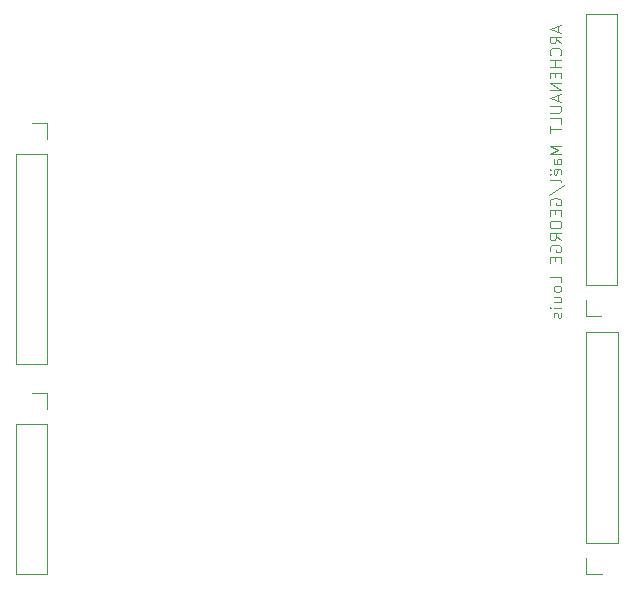
<source format=gbr>
%TF.GenerationSoftware,KiCad,Pcbnew,8.0.6*%
%TF.CreationDate,2025-01-21T14:15:01+01:00*%
%TF.ProjectId,Drivers_PCB,44726976-6572-4735-9f50-43422e6b6963,rev?*%
%TF.SameCoordinates,Original*%
%TF.FileFunction,Legend,Bot*%
%TF.FilePolarity,Positive*%
%FSLAX46Y46*%
G04 Gerber Fmt 4.6, Leading zero omitted, Abs format (unit mm)*
G04 Created by KiCad (PCBNEW 8.0.6) date 2025-01-21 14:15:01*
%MOMM*%
%LPD*%
G01*
G04 APERTURE LIST*
%ADD10C,0.100000*%
%ADD11C,0.120000*%
G04 APERTURE END LIST*
D10*
X139586704Y-45256265D02*
X139586704Y-45732455D01*
X139872419Y-45161027D02*
X138872419Y-45494360D01*
X138872419Y-45494360D02*
X139872419Y-45827693D01*
X139872419Y-46732455D02*
X139396228Y-46399122D01*
X139872419Y-46161027D02*
X138872419Y-46161027D01*
X138872419Y-46161027D02*
X138872419Y-46541979D01*
X138872419Y-46541979D02*
X138920038Y-46637217D01*
X138920038Y-46637217D02*
X138967657Y-46684836D01*
X138967657Y-46684836D02*
X139062895Y-46732455D01*
X139062895Y-46732455D02*
X139205752Y-46732455D01*
X139205752Y-46732455D02*
X139300990Y-46684836D01*
X139300990Y-46684836D02*
X139348609Y-46637217D01*
X139348609Y-46637217D02*
X139396228Y-46541979D01*
X139396228Y-46541979D02*
X139396228Y-46161027D01*
X139777180Y-47732455D02*
X139824800Y-47684836D01*
X139824800Y-47684836D02*
X139872419Y-47541979D01*
X139872419Y-47541979D02*
X139872419Y-47446741D01*
X139872419Y-47446741D02*
X139824800Y-47303884D01*
X139824800Y-47303884D02*
X139729561Y-47208646D01*
X139729561Y-47208646D02*
X139634323Y-47161027D01*
X139634323Y-47161027D02*
X139443847Y-47113408D01*
X139443847Y-47113408D02*
X139300990Y-47113408D01*
X139300990Y-47113408D02*
X139110514Y-47161027D01*
X139110514Y-47161027D02*
X139015276Y-47208646D01*
X139015276Y-47208646D02*
X138920038Y-47303884D01*
X138920038Y-47303884D02*
X138872419Y-47446741D01*
X138872419Y-47446741D02*
X138872419Y-47541979D01*
X138872419Y-47541979D02*
X138920038Y-47684836D01*
X138920038Y-47684836D02*
X138967657Y-47732455D01*
X139872419Y-48161027D02*
X138872419Y-48161027D01*
X139348609Y-48161027D02*
X139348609Y-48732455D01*
X139872419Y-48732455D02*
X138872419Y-48732455D01*
X139348609Y-49208646D02*
X139348609Y-49541979D01*
X139872419Y-49684836D02*
X139872419Y-49208646D01*
X139872419Y-49208646D02*
X138872419Y-49208646D01*
X138872419Y-49208646D02*
X138872419Y-49684836D01*
X139872419Y-50113408D02*
X138872419Y-50113408D01*
X138872419Y-50113408D02*
X139872419Y-50684836D01*
X139872419Y-50684836D02*
X138872419Y-50684836D01*
X139586704Y-51113408D02*
X139586704Y-51589598D01*
X139872419Y-51018170D02*
X138872419Y-51351503D01*
X138872419Y-51351503D02*
X139872419Y-51684836D01*
X138872419Y-52018170D02*
X139681942Y-52018170D01*
X139681942Y-52018170D02*
X139777180Y-52065789D01*
X139777180Y-52065789D02*
X139824800Y-52113408D01*
X139824800Y-52113408D02*
X139872419Y-52208646D01*
X139872419Y-52208646D02*
X139872419Y-52399122D01*
X139872419Y-52399122D02*
X139824800Y-52494360D01*
X139824800Y-52494360D02*
X139777180Y-52541979D01*
X139777180Y-52541979D02*
X139681942Y-52589598D01*
X139681942Y-52589598D02*
X138872419Y-52589598D01*
X139872419Y-53541979D02*
X139872419Y-53065789D01*
X139872419Y-53065789D02*
X138872419Y-53065789D01*
X138872419Y-53732456D02*
X138872419Y-54303884D01*
X139872419Y-54018170D02*
X138872419Y-54018170D01*
X139872419Y-55399123D02*
X138872419Y-55399123D01*
X138872419Y-55399123D02*
X139586704Y-55732456D01*
X139586704Y-55732456D02*
X138872419Y-56065789D01*
X138872419Y-56065789D02*
X139872419Y-56065789D01*
X139872419Y-56970551D02*
X139348609Y-56970551D01*
X139348609Y-56970551D02*
X139253371Y-56922932D01*
X139253371Y-56922932D02*
X139205752Y-56827694D01*
X139205752Y-56827694D02*
X139205752Y-56637218D01*
X139205752Y-56637218D02*
X139253371Y-56541980D01*
X139824800Y-56970551D02*
X139872419Y-56875313D01*
X139872419Y-56875313D02*
X139872419Y-56637218D01*
X139872419Y-56637218D02*
X139824800Y-56541980D01*
X139824800Y-56541980D02*
X139729561Y-56494361D01*
X139729561Y-56494361D02*
X139634323Y-56494361D01*
X139634323Y-56494361D02*
X139539085Y-56541980D01*
X139539085Y-56541980D02*
X139491466Y-56637218D01*
X139491466Y-56637218D02*
X139491466Y-56875313D01*
X139491466Y-56875313D02*
X139443847Y-56970551D01*
X139824800Y-57827694D02*
X139872419Y-57732456D01*
X139872419Y-57732456D02*
X139872419Y-57541980D01*
X139872419Y-57541980D02*
X139824800Y-57446742D01*
X139824800Y-57446742D02*
X139729561Y-57399123D01*
X139729561Y-57399123D02*
X139348609Y-57399123D01*
X139348609Y-57399123D02*
X139253371Y-57446742D01*
X139253371Y-57446742D02*
X139205752Y-57541980D01*
X139205752Y-57541980D02*
X139205752Y-57732456D01*
X139205752Y-57732456D02*
X139253371Y-57827694D01*
X139253371Y-57827694D02*
X139348609Y-57875313D01*
X139348609Y-57875313D02*
X139443847Y-57875313D01*
X139443847Y-57875313D02*
X139539085Y-57399123D01*
X138872419Y-57446742D02*
X138920038Y-57494361D01*
X138920038Y-57494361D02*
X138967657Y-57446742D01*
X138967657Y-57446742D02*
X138920038Y-57399123D01*
X138920038Y-57399123D02*
X138872419Y-57446742D01*
X138872419Y-57446742D02*
X138967657Y-57446742D01*
X138872419Y-57827694D02*
X138920038Y-57875313D01*
X138920038Y-57875313D02*
X138967657Y-57827694D01*
X138967657Y-57827694D02*
X138920038Y-57780075D01*
X138920038Y-57780075D02*
X138872419Y-57827694D01*
X138872419Y-57827694D02*
X138967657Y-57827694D01*
X139872419Y-58446742D02*
X139824800Y-58351504D01*
X139824800Y-58351504D02*
X139729561Y-58303885D01*
X139729561Y-58303885D02*
X138872419Y-58303885D01*
X138824800Y-59541980D02*
X140110514Y-58684838D01*
X138920038Y-60399123D02*
X138872419Y-60303885D01*
X138872419Y-60303885D02*
X138872419Y-60161028D01*
X138872419Y-60161028D02*
X138920038Y-60018171D01*
X138920038Y-60018171D02*
X139015276Y-59922933D01*
X139015276Y-59922933D02*
X139110514Y-59875314D01*
X139110514Y-59875314D02*
X139300990Y-59827695D01*
X139300990Y-59827695D02*
X139443847Y-59827695D01*
X139443847Y-59827695D02*
X139634323Y-59875314D01*
X139634323Y-59875314D02*
X139729561Y-59922933D01*
X139729561Y-59922933D02*
X139824800Y-60018171D01*
X139824800Y-60018171D02*
X139872419Y-60161028D01*
X139872419Y-60161028D02*
X139872419Y-60256266D01*
X139872419Y-60256266D02*
X139824800Y-60399123D01*
X139824800Y-60399123D02*
X139777180Y-60446742D01*
X139777180Y-60446742D02*
X139443847Y-60446742D01*
X139443847Y-60446742D02*
X139443847Y-60256266D01*
X139348609Y-60875314D02*
X139348609Y-61208647D01*
X139872419Y-61351504D02*
X139872419Y-60875314D01*
X139872419Y-60875314D02*
X138872419Y-60875314D01*
X138872419Y-60875314D02*
X138872419Y-61351504D01*
X138872419Y-61970552D02*
X138872419Y-62161028D01*
X138872419Y-62161028D02*
X138920038Y-62256266D01*
X138920038Y-62256266D02*
X139015276Y-62351504D01*
X139015276Y-62351504D02*
X139205752Y-62399123D01*
X139205752Y-62399123D02*
X139539085Y-62399123D01*
X139539085Y-62399123D02*
X139729561Y-62351504D01*
X139729561Y-62351504D02*
X139824800Y-62256266D01*
X139824800Y-62256266D02*
X139872419Y-62161028D01*
X139872419Y-62161028D02*
X139872419Y-61970552D01*
X139872419Y-61970552D02*
X139824800Y-61875314D01*
X139824800Y-61875314D02*
X139729561Y-61780076D01*
X139729561Y-61780076D02*
X139539085Y-61732457D01*
X139539085Y-61732457D02*
X139205752Y-61732457D01*
X139205752Y-61732457D02*
X139015276Y-61780076D01*
X139015276Y-61780076D02*
X138920038Y-61875314D01*
X138920038Y-61875314D02*
X138872419Y-61970552D01*
X139872419Y-63399123D02*
X139396228Y-63065790D01*
X139872419Y-62827695D02*
X138872419Y-62827695D01*
X138872419Y-62827695D02*
X138872419Y-63208647D01*
X138872419Y-63208647D02*
X138920038Y-63303885D01*
X138920038Y-63303885D02*
X138967657Y-63351504D01*
X138967657Y-63351504D02*
X139062895Y-63399123D01*
X139062895Y-63399123D02*
X139205752Y-63399123D01*
X139205752Y-63399123D02*
X139300990Y-63351504D01*
X139300990Y-63351504D02*
X139348609Y-63303885D01*
X139348609Y-63303885D02*
X139396228Y-63208647D01*
X139396228Y-63208647D02*
X139396228Y-62827695D01*
X138920038Y-64351504D02*
X138872419Y-64256266D01*
X138872419Y-64256266D02*
X138872419Y-64113409D01*
X138872419Y-64113409D02*
X138920038Y-63970552D01*
X138920038Y-63970552D02*
X139015276Y-63875314D01*
X139015276Y-63875314D02*
X139110514Y-63827695D01*
X139110514Y-63827695D02*
X139300990Y-63780076D01*
X139300990Y-63780076D02*
X139443847Y-63780076D01*
X139443847Y-63780076D02*
X139634323Y-63827695D01*
X139634323Y-63827695D02*
X139729561Y-63875314D01*
X139729561Y-63875314D02*
X139824800Y-63970552D01*
X139824800Y-63970552D02*
X139872419Y-64113409D01*
X139872419Y-64113409D02*
X139872419Y-64208647D01*
X139872419Y-64208647D02*
X139824800Y-64351504D01*
X139824800Y-64351504D02*
X139777180Y-64399123D01*
X139777180Y-64399123D02*
X139443847Y-64399123D01*
X139443847Y-64399123D02*
X139443847Y-64208647D01*
X139348609Y-64827695D02*
X139348609Y-65161028D01*
X139872419Y-65303885D02*
X139872419Y-64827695D01*
X139872419Y-64827695D02*
X138872419Y-64827695D01*
X138872419Y-64827695D02*
X138872419Y-65303885D01*
X139872419Y-66970552D02*
X139872419Y-66494362D01*
X139872419Y-66494362D02*
X138872419Y-66494362D01*
X139872419Y-67446743D02*
X139824800Y-67351505D01*
X139824800Y-67351505D02*
X139777180Y-67303886D01*
X139777180Y-67303886D02*
X139681942Y-67256267D01*
X139681942Y-67256267D02*
X139396228Y-67256267D01*
X139396228Y-67256267D02*
X139300990Y-67303886D01*
X139300990Y-67303886D02*
X139253371Y-67351505D01*
X139253371Y-67351505D02*
X139205752Y-67446743D01*
X139205752Y-67446743D02*
X139205752Y-67589600D01*
X139205752Y-67589600D02*
X139253371Y-67684838D01*
X139253371Y-67684838D02*
X139300990Y-67732457D01*
X139300990Y-67732457D02*
X139396228Y-67780076D01*
X139396228Y-67780076D02*
X139681942Y-67780076D01*
X139681942Y-67780076D02*
X139777180Y-67732457D01*
X139777180Y-67732457D02*
X139824800Y-67684838D01*
X139824800Y-67684838D02*
X139872419Y-67589600D01*
X139872419Y-67589600D02*
X139872419Y-67446743D01*
X139205752Y-68637219D02*
X139872419Y-68637219D01*
X139205752Y-68208648D02*
X139729561Y-68208648D01*
X139729561Y-68208648D02*
X139824800Y-68256267D01*
X139824800Y-68256267D02*
X139872419Y-68351505D01*
X139872419Y-68351505D02*
X139872419Y-68494362D01*
X139872419Y-68494362D02*
X139824800Y-68589600D01*
X139824800Y-68589600D02*
X139777180Y-68637219D01*
X139872419Y-69113410D02*
X139205752Y-69113410D01*
X138872419Y-69113410D02*
X138920038Y-69065791D01*
X138920038Y-69065791D02*
X138967657Y-69113410D01*
X138967657Y-69113410D02*
X138920038Y-69161029D01*
X138920038Y-69161029D02*
X138872419Y-69113410D01*
X138872419Y-69113410D02*
X138967657Y-69113410D01*
X139824800Y-69541981D02*
X139872419Y-69637219D01*
X139872419Y-69637219D02*
X139872419Y-69827695D01*
X139872419Y-69827695D02*
X139824800Y-69922933D01*
X139824800Y-69922933D02*
X139729561Y-69970552D01*
X139729561Y-69970552D02*
X139681942Y-69970552D01*
X139681942Y-69970552D02*
X139586704Y-69922933D01*
X139586704Y-69922933D02*
X139539085Y-69827695D01*
X139539085Y-69827695D02*
X139539085Y-69684838D01*
X139539085Y-69684838D02*
X139491466Y-69589600D01*
X139491466Y-69589600D02*
X139396228Y-69541981D01*
X139396228Y-69541981D02*
X139348609Y-69541981D01*
X139348609Y-69541981D02*
X139253371Y-69589600D01*
X139253371Y-69589600D02*
X139205752Y-69684838D01*
X139205752Y-69684838D02*
X139205752Y-69827695D01*
X139205752Y-69827695D02*
X139253371Y-69922933D01*
D11*
%TO.C,J8*%
X93670000Y-78920000D02*
X96330000Y-78920000D01*
X93670000Y-91680000D02*
X93670000Y-78920000D01*
X93670000Y-91680000D02*
X96330000Y-91680000D01*
X95000000Y-76320000D02*
X96330000Y-76320000D01*
X96330000Y-76320000D02*
X96330000Y-77650000D01*
X96330000Y-91680000D02*
X96330000Y-78920000D01*
%TO.C,J7*%
X93670000Y-56060000D02*
X96330000Y-56060000D01*
X93670000Y-73900000D02*
X93670000Y-56060000D01*
X93670000Y-73900000D02*
X96330000Y-73900000D01*
X95000000Y-53460000D02*
X96330000Y-53460000D01*
X96330000Y-53460000D02*
X96330000Y-54790000D01*
X96330000Y-73900000D02*
X96330000Y-56060000D01*
%TO.C,J9*%
X141920000Y-44260000D02*
X141920000Y-67180000D01*
X141920000Y-69780000D02*
X141920000Y-68450000D01*
X143250000Y-69780000D02*
X141920000Y-69780000D01*
X144580000Y-44260000D02*
X141920000Y-44260000D01*
X144580000Y-44260000D02*
X144580000Y-67180000D01*
X144580000Y-67180000D02*
X141920000Y-67180000D01*
%TO.C,J10*%
X141970000Y-71180000D02*
X141970000Y-89020000D01*
X141970000Y-91620000D02*
X141970000Y-90290000D01*
X143300000Y-91620000D02*
X141970000Y-91620000D01*
X144630000Y-71180000D02*
X141970000Y-71180000D01*
X144630000Y-71180000D02*
X144630000Y-89020000D01*
X144630000Y-89020000D02*
X141970000Y-89020000D01*
%TD*%
M02*

</source>
